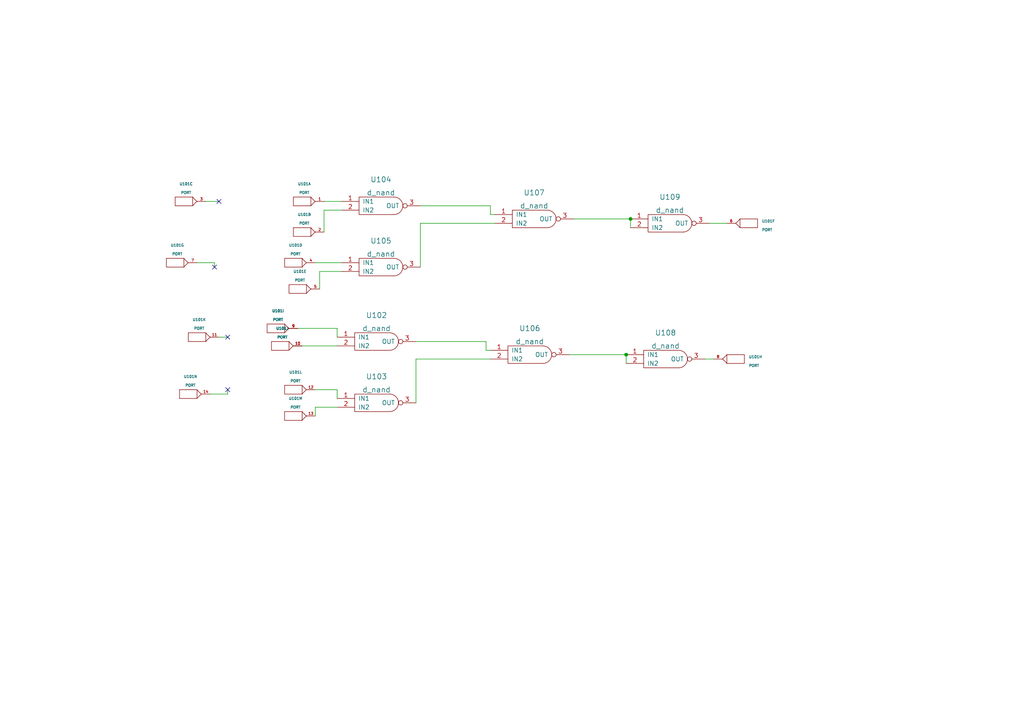
<source format=kicad_sch>
(kicad_sch (version 20211123) (generator eeschema)
  (paper "A4")
  (lib_symbols
    (symbol "eSim_Digital:d_nand" (pin_names (offset 1.016))
      (property "Reference" "U" (at 0 0 0))
      (property "Value" "d_nand" (at 1.27 2.54 0))
      (symbol "d_nand_0_1"
        (polyline (pts (xy 3.81 -1.27) (xy -6.35 -1.27) (xy -6.35 3.81) (xy 3.81 3.81)))
        (arc (start 3.81 -1.27) (mid 5.5897 -0.5171) (end 6.35 1.27))
        (arc (start 6.35 1.27) (mid 5.5971 3.0497) (end 3.81 3.81))
      )
      (symbol "d_nand_1_1"
        (pin input line (at -11.43 2.54 0) (length 5.08) (name "IN1") (number "1"))
        (pin input line (at -11.43 0 0) (length 5.08) (name "IN2") (number "2"))
        (pin output inverted (at 11.43 1.27 180) (length 5.08) (name "OUT") (number "3"))
      )
    )
    (symbol "eSim_Miscellaneous:PORT" (pin_names (offset 1.016))
      (property "Reference" "U" (at 1.27 2.54 0))
      (property "Value" "PORT" (at 0 0 0))
      (symbol "PORT_0_1"
        (rectangle (start -2.54 1.27) (end 2.54 -1.27))
        (arc (start 2.54 1.27) (mid 3.1355 0.5955) (end 3.81 0))
        (arc (start 3.81 0) (mid 3.1447 -0.6046) (end 2.54 -1.27))
      )
      (symbol "PORT_1_1"
        (pin bidirectional line (at 6.35 0 180) (length 2.54) (name "~") (number "1"))
      )
      (symbol "PORT_2_1"
        (pin bidirectional line (at 6.35 0 180) (length 2.54) (name "~") (number "2"))
      )
      (symbol "PORT_3_1"
        (pin bidirectional line (at 6.35 0 180) (length 2.54) (name "~") (number "3"))
      )
      (symbol "PORT_4_1"
        (pin bidirectional line (at 6.35 0 180) (length 2.54) (name "~") (number "4"))
      )
      (symbol "PORT_5_1"
        (pin bidirectional line (at 6.35 0 180) (length 2.54) (name "~") (number "5"))
      )
      (symbol "PORT_6_1"
        (pin bidirectional line (at 6.35 0 180) (length 2.54) (name "~") (number "6"))
      )
      (symbol "PORT_7_1"
        (pin bidirectional line (at 6.35 0 180) (length 2.54) (name "~") (number "7"))
      )
      (symbol "PORT_8_1"
        (pin bidirectional line (at 6.35 0 180) (length 2.54) (name "~") (number "8"))
      )
      (symbol "PORT_9_1"
        (pin bidirectional line (at 6.35 0 180) (length 2.54) (name "~") (number "9"))
      )
      (symbol "PORT_10_1"
        (pin bidirectional line (at 6.35 0 180) (length 2.54) (name "~") (number "10"))
      )
      (symbol "PORT_11_1"
        (pin bidirectional line (at 6.35 0 180) (length 2.54) (name "~") (number "11"))
      )
      (symbol "PORT_12_1"
        (pin bidirectional line (at 6.35 0 180) (length 2.54) (name "~") (number "12"))
      )
      (symbol "PORT_13_1"
        (pin bidirectional line (at 6.35 0 180) (length 2.54) (name "~") (number "13"))
      )
      (symbol "PORT_14_1"
        (pin bidirectional line (at 6.35 0 180) (length 2.54) (name "~") (number "14"))
      )
      (symbol "PORT_15_1"
        (pin bidirectional line (at 6.35 0 180) (length 2.54) (name "~") (number "15"))
      )
      (symbol "PORT_16_1"
        (pin bidirectional line (at 6.35 0 180) (length 2.54) (name "~") (number "16"))
      )
      (symbol "PORT_17_1"
        (pin bidirectional line (at 6.35 0 180) (length 2.54) (name "~") (number "17"))
      )
      (symbol "PORT_18_1"
        (pin bidirectional line (at 6.35 0 180) (length 2.54) (name "~") (number "18"))
      )
      (symbol "PORT_19_1"
        (pin bidirectional line (at 6.35 0 180) (length 2.54) (name "~") (number "19"))
      )
      (symbol "PORT_20_1"
        (pin bidirectional line (at 6.35 0 180) (length 2.54) (name "~") (number "20"))
      )
      (symbol "PORT_21_1"
        (pin bidirectional line (at 6.35 0 180) (length 2.54) (name "~") (number "21"))
      )
      (symbol "PORT_22_1"
        (pin bidirectional line (at 6.35 0 180) (length 2.54) (name "~") (number "22"))
      )
      (symbol "PORT_23_1"
        (pin bidirectional line (at 6.35 0 180) (length 2.54) (name "~") (number "23"))
      )
      (symbol "PORT_24_1"
        (pin bidirectional line (at 6.35 0 180) (length 2.54) (name "~") (number "24"))
      )
      (symbol "PORT_25_1"
        (pin bidirectional line (at 6.35 0 180) (length 2.54) (name "~") (number "25"))
      )
      (symbol "PORT_26_1"
        (pin bidirectional line (at 6.35 0 180) (length 2.54) (name "~") (number "26"))
      )
    )
  )
  (junction (at 181.61 102.87))
  (junction (at 182.88 63.5))
  (no_connect (at 66.04 113.03))
  (no_connect (at 63.5 58.42))
  (no_connect (at 66.04 97.79))
  (no_connect (at 62.23 77.47))
  (wire (pts (xy 140.97 101.6) (xy 142.24 101.6)))
  (wire (pts (xy 62.23 76.2) (xy 62.23 77.47)))
  (wire (pts (xy 91.44 118.11) (xy 97.79 118.11)))
  (wire (pts (xy 91.44 76.2) (xy 99.06 76.2)))
  (wire (pts (xy 205.74 64.77) (xy 210.82 64.77)))
  (wire (pts (xy 121.92 77.47) (xy 121.92 64.77)))
  (wire (pts (xy 66.04 113.03) (xy 66.04 114.3)))
  (wire (pts (xy 63.5 97.79) (xy 66.04 97.79)))
  (wire (pts (xy 87.63 100.33) (xy 97.79 100.33)))
  (wire (pts (xy 142.24 62.23) (xy 143.51 62.23)))
  (wire (pts (xy 97.79 95.25) (xy 97.79 97.79)))
  (wire (pts (xy 86.36 95.25) (xy 97.79 95.25)))
  (wire (pts (xy 60.96 114.3) (xy 66.04 114.3)))
  (wire (pts (xy 91.44 120.65) (xy 91.44 118.11)))
  (wire (pts (xy 93.98 58.42) (xy 99.06 58.42)))
  (wire (pts (xy 165.1 102.87) (xy 181.61 102.87)))
  (wire (pts (xy 57.15 76.2) (xy 62.23 76.2)))
  (wire (pts (xy 120.65 116.84) (xy 120.65 104.14)))
  (wire (pts (xy 166.37 63.5) (xy 182.88 63.5)))
  (wire (pts (xy 142.24 59.69) (xy 142.24 62.23)))
  (wire (pts (xy 121.92 59.69) (xy 142.24 59.69)))
  (wire (pts (xy 97.79 113.03) (xy 97.79 115.57)))
  (wire (pts (xy 92.71 83.82) (xy 92.71 78.74)))
  (wire (pts (xy 121.92 64.77) (xy 143.51 64.77)))
  (wire (pts (xy 120.65 99.06) (xy 140.97 99.06)))
  (wire (pts (xy 181.61 102.87) (xy 181.61 105.41)))
  (wire (pts (xy 93.98 60.96) (xy 99.06 60.96)))
  (wire (pts (xy 140.97 99.06) (xy 140.97 101.6)))
  (wire (pts (xy 59.69 58.42) (xy 63.5 58.42)))
  (wire (pts (xy 93.98 67.31) (xy 93.98 60.96)))
  (wire (pts (xy 92.71 78.74) (xy 99.06 78.74)))
  (wire (pts (xy 91.44 113.03) (xy 97.79 113.03)))
  (wire (pts (xy 204.47 104.14) (xy 207.01 104.14)))
  (wire (pts (xy 182.88 63.5) (xy 182.88 66.04)))
  (wire (pts (xy 120.65 104.14) (xy 142.24 104.14)))
  (symbol (lib_id "eSim_Digital:d_nand") (at 194.31 66.04 0) (unit 1)
    (property "Reference" "U109" (at 194.31 57.15 0) (effects (font (size 1.524 1.524))))
    (property "Value" "d_nand" (at 194.31 60.96 0) (effects (font (size 1.524 1.524))))
  )
  (symbol (lib_id "eSim_Miscellaneous:PORT") (at 81.28 100.33 0) (unit 10)
    (property "Reference" "U101" (at 81.915 95.25 0) (effects (font (size 0.762 0.762))))
    (property "Value" "PORT" (at 81.915 97.79 0) (effects (font (size 0.762 0.762))))
  )
  (symbol (lib_id "eSim_Digital:d_nand") (at 153.67 104.14 0) (unit 1)
    (property "Reference" "U106" (at 153.67 95.25 0) (effects (font (size 1.524 1.524))))
    (property "Value" "d_nand" (at 153.67 99.06 0) (effects (font (size 1.524 1.524))))
  )
  (symbol (lib_id "eSim_Miscellaneous:PORT") (at 54.61 114.3 0) (unit 14)
    (property "Reference" "U101" (at 55.245 109.22 0) (effects (font (size 0.762 0.762))))
    (property "Value" "PORT" (at 55.245 111.76 0) (effects (font (size 0.762 0.762))))
  )
  (symbol (lib_id "eSim_Digital:d_nand") (at 109.22 100.33 0) (unit 1)
    (property "Reference" "U102" (at 109.22 91.44 0) (effects (font (size 1.524 1.524))))
    (property "Value" "d_nand" (at 109.22 95.25 0) (effects (font (size 1.524 1.524))))
  )
  (symbol (lib_id "eSim_Miscellaneous:PORT") (at 217.17 64.77 180) (unit 6)
    (property "Reference" "U101" (at 220.98 64.135 0) (effects (font (size 0.762 0.762)) (justify right)))
    (property "Value" "PORT" (at 220.98 66.675 0) (effects (font (size 0.762 0.762)) (justify right)))
  )
  (symbol (lib_id "eSim_Miscellaneous:PORT") (at 80.01 95.25 0) (unit 9)
    (property "Reference" "U101" (at 80.645 90.17 0) (effects (font (size 0.762 0.762))))
    (property "Value" "PORT" (at 80.645 92.71 0) (effects (font (size 0.762 0.762))))
  )
  (symbol (lib_id "eSim_Miscellaneous:PORT") (at 85.09 76.2 0) (unit 4)
    (property "Reference" "U101" (at 85.725 71.12 0) (effects (font (size 0.762 0.762))))
    (property "Value" "PORT" (at 85.725 73.66 0) (effects (font (size 0.762 0.762))))
  )
  (symbol (lib_id "eSim_Miscellaneous:PORT") (at 87.63 58.42 0) (unit 1)
    (property "Reference" "U101" (at 88.265 53.34 0) (effects (font (size 0.762 0.762))))
    (property "Value" "PORT" (at 88.265 55.88 0) (effects (font (size 0.762 0.762))))
  )
  (symbol (lib_id "eSim_Miscellaneous:PORT") (at 87.63 67.31 0) (unit 2)
    (property "Reference" "U101" (at 88.265 62.23 0) (effects (font (size 0.762 0.762))))
    (property "Value" "PORT" (at 88.265 64.77 0) (effects (font (size 0.762 0.762))))
  )
  (symbol (lib_id "eSim_Digital:d_nand") (at 110.49 60.96 0) (unit 1)
    (property "Reference" "U104" (at 110.49 52.07 0) (effects (font (size 1.524 1.524))))
    (property "Value" "d_nand" (at 110.49 55.88 0) (effects (font (size 1.524 1.524))))
  )
  (symbol (lib_id "eSim_Digital:d_nand") (at 110.49 78.74 0) (unit 1)
    (property "Reference" "U105" (at 110.49 69.85 0) (effects (font (size 1.524 1.524))))
    (property "Value" "d_nand" (at 110.49 73.66 0) (effects (font (size 1.524 1.524))))
  )
  (symbol (lib_id "eSim_Miscellaneous:PORT") (at 213.36 104.14 180) (unit 8)
    (property "Reference" "U101" (at 217.17 103.505 0) (effects (font (size 0.762 0.762)) (justify right)))
    (property "Value" "PORT" (at 217.17 106.045 0) (effects (font (size 0.762 0.762)) (justify right)))
  )
  (symbol (lib_id "eSim_Miscellaneous:PORT") (at 57.15 97.79 0) (unit 11)
    (property "Reference" "U101" (at 57.785 92.71 0) (effects (font (size 0.762 0.762))))
    (property "Value" "PORT" (at 57.785 95.25 0) (effects (font (size 0.762 0.762))))
  )
  (symbol (lib_id "eSim_Digital:d_nand") (at 193.04 105.41 0) (unit 1)
    (property "Reference" "U108" (at 193.04 96.52 0) (effects (font (size 1.524 1.524))))
    (property "Value" "d_nand" (at 193.04 100.33 0) (effects (font (size 1.524 1.524))))
  )
  (symbol (lib_id "eSim_Digital:d_nand") (at 109.22 118.11 0) (unit 1)
    (property "Reference" "U103" (at 109.22 109.22 0) (effects (font (size 1.524 1.524))))
    (property "Value" "d_nand" (at 109.22 113.03 0) (effects (font (size 1.524 1.524))))
  )
  (symbol (lib_id "eSim_Miscellaneous:PORT") (at 50.8 76.2 0) (unit 7)
    (property "Reference" "U101" (at 51.435 71.12 0) (effects (font (size 0.762 0.762))))
    (property "Value" "PORT" (at 51.435 73.66 0) (effects (font (size 0.762 0.762))))
  )
  (symbol (lib_id "eSim_Miscellaneous:PORT") (at 85.09 120.65 0) (unit 13)
    (property "Reference" "U101" (at 85.725 115.57 0) (effects (font (size 0.762 0.762))))
    (property "Value" "PORT" (at 85.725 118.11 0) (effects (font (size 0.762 0.762))))
  )
  (symbol (lib_id "eSim_Miscellaneous:PORT") (at 85.09 113.03 0) (unit 12)
    (property "Reference" "U101" (at 85.725 107.95 0) (effects (font (size 0.762 0.762))))
    (property "Value" "PORT" (at 85.725 110.49 0) (effects (font (size 0.762 0.762))))
  )
  (symbol (lib_id "eSim_Digital:d_nand") (at 154.94 64.77 0) (unit 1)
    (property "Reference" "U107" (at 154.94 55.88 0) (effects (font (size 1.524 1.524))))
    (property "Value" "d_nand" (at 154.94 59.69 0) (effects (font (size 1.524 1.524))))
  )
  (symbol (lib_id "eSim_Miscellaneous:PORT") (at 53.34 58.42 0) (unit 3)
    (property "Reference" "U101" (at 53.975 53.34 0) (effects (font (size 0.762 0.762))))
    (property "Value" "PORT" (at 53.975 55.88 0) (effects (font (size 0.762 0.762))))
  )
  (symbol (lib_id "eSim_Miscellaneous:PORT") (at 86.36 83.82 0) (unit 5)
    (property "Reference" "U101" (at 86.995 78.74 0) (effects (font (size 0.762 0.762))))
    (property "Value" "PORT" (at 86.995 81.28 0) (effects (font (size 0.762 0.762))))
  )
)
</source>
